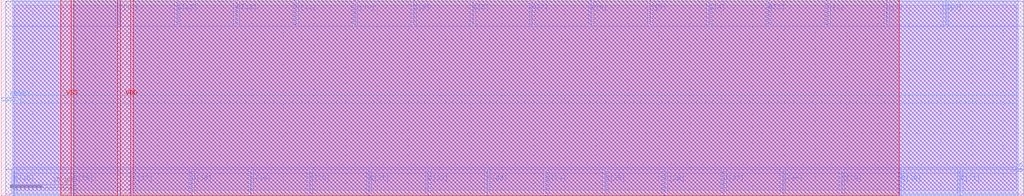
<source format=lef>
VERSION 5.7 ;
  NOWIREEXTENSIONATPIN ON ;
  DIVIDERCHAR "/" ;
  BUSBITCHARS "[]" ;
MACRO BR32
  CLASS BLOCK ;
  FOREIGN BR32 ;
  ORIGIN 0.000 0.000 ;
  SIZE 163.255 BY 31.295 ;
  PIN C[31]
    PORT
      LAYER met2 ;
        RECT 152.985 0.005 153.235 3.965 ;
    END
  END C[31]
  PIN C[30]
    PORT
      LAYER met2 ;
        RECT 143.545 0.005 143.795 3.965 ;
    END
  END C[30]
  PIN C[29]
    PORT
      LAYER met2 ;
        RECT 134.105 0.005 134.355 3.965 ;
    END
  END C[29]
  PIN C[28]
    PORT
      LAYER met2 ;
        RECT 124.665 0.005 124.915 3.965 ;
    END
  END C[28]
  PIN C[27]
    PORT
      LAYER met2 ;
        RECT 115.225 0.005 115.475 3.965 ;
    END
  END C[27]
  PIN C[26]
    PORT
      LAYER met2 ;
        RECT 105.785 0.005 106.035 3.965 ;
    END
  END C[26]
  PIN C[25]
    PORT
      LAYER met2 ;
        RECT 96.345 0.005 96.595 3.965 ;
    END
  END C[25]
  PIN C[24]
    PORT
      LAYER met2 ;
        RECT 86.905 0.005 87.155 3.965 ;
    END
  END C[24]
  PIN C[23]
    PORT
      LAYER met2 ;
        RECT 77.495 0.005 77.715 3.965 ;
    END
  END C[23]
  PIN C[22]
    PORT
      LAYER met2 ;
        RECT 68.055 0.005 68.275 3.965 ;
    END
  END C[22]
  PIN C[21]
    PORT
      LAYER met2 ;
        RECT 58.615 0.005 58.835 3.965 ;
    END
  END C[21]
  PIN C[20]
    PORT
      LAYER met2 ;
        RECT 49.175 0.005 49.395 3.965 ;
    END
  END C[20]
  PIN C[19]
    PORT
      LAYER met2 ;
        RECT 39.735 0.005 39.955 3.965 ;
    END
  END C[19]
  PIN C[18]
    PORT
      LAYER met2 ;
        RECT 30.295 0.005 30.515 3.965 ;
    END
  END C[18]
  PIN C[17]
    PORT
      LAYER met2 ;
        RECT 20.855 0.005 21.075 3.965 ;
    END
  END C[17]
  PIN C[16]
    PORT
      LAYER met2 ;
        RECT 11.415 0.005 11.635 3.965 ;
    END
  END C[16]
  PIN C[15]
    PORT
      LAYER met2 ;
        RECT 1.975 0.005 2.195 3.965 ;
    END
  END C[15]
  PIN C[14]
    PORT
      LAYER met2 ;
        RECT 18.560 27.325 18.810 31.285 ;
    END
  END C[14]
  PIN C[13]
    PORT
      LAYER met2 ;
        RECT 28.000 27.325 28.250 31.285 ;
    END
  END C[13]
  PIN C[12]
    PORT
      LAYER met2 ;
        RECT 37.440 27.325 37.690 31.285 ;
    END
  END C[12]
  PIN C[11]
    PORT
      LAYER met2 ;
        RECT 46.880 27.325 47.130 31.285 ;
    END
  END C[11]
  PIN C[10]
    PORT
      LAYER met2 ;
        RECT 56.320 27.325 56.570 31.285 ;
    END
  END C[10]
  PIN C[9]
    PORT
      LAYER met2 ;
        RECT 65.760 27.325 66.010 31.285 ;
    END
  END C[9]
  PIN C[8]
    PORT
      LAYER met2 ;
        RECT 75.200 27.325 75.450 31.285 ;
    END
  END C[8]
  PIN C[7]
    PORT
      LAYER met2 ;
        RECT 84.640 27.325 84.890 31.285 ;
    END
  END C[7]
  PIN C[6]
    PORT
      LAYER met2 ;
        RECT 94.080 27.325 94.300 31.285 ;
    END
  END C[6]
  PIN C[5]
    PORT
      LAYER met2 ;
        RECT 103.520 27.325 103.740 31.285 ;
    END
  END C[5]
  PIN C[4]
    PORT
      LAYER met2 ;
        RECT 112.960 27.325 113.180 31.285 ;
    END
  END C[4]
  PIN C[3]
    PORT
      LAYER met2 ;
        RECT 122.400 27.325 122.620 31.285 ;
    END
  END C[3]
  PIN C[2]
    PORT
      LAYER met2 ;
        RECT 131.840 27.325 132.060 31.285 ;
    END
  END C[2]
  PIN C[1]
    PORT
      LAYER met2 ;
        RECT 141.280 27.325 141.500 31.285 ;
    END
  END C[1]
  PIN C[0]
    PORT
      LAYER met2 ;
        RECT 150.720 27.325 150.940 31.285 ;
    END
  END C[0]
  PIN RESET
    PORT
      LAYER met3 ;
        RECT 0.000 15.180 2.680 15.645 ;
    END
  END RESET
  PIN OUT
    PORT
      LAYER met1 ;
        RECT 161.875 3.910 163.020 4.295 ;
    END
  END OUT
  PIN VDD
    DIRECTION INOUT ;
    USE POWER ;
    PORT
      LAYER met4 ;
        RECT 18.975 0.005 20.665 31.285 ;
    END
  END VDD
  PIN VSS
    DIRECTION INOUT ;
    USE GROUND ;
    PORT
      LAYER met4 ;
        RECT 9.485 0.005 11.175 31.295 ;
    END
  END VSS
  OBS
      LAYER li1 ;
        RECT 2.075 0.865 162.175 30.425 ;
      LAYER met1 ;
        RECT 1.875 4.575 162.365 31.285 ;
        RECT 1.875 3.630 161.595 4.575 ;
        RECT 1.875 0.005 162.365 3.630 ;
      LAYER met2 ;
        RECT 0.755 27.045 18.280 31.035 ;
        RECT 19.090 27.045 27.720 31.035 ;
        RECT 28.530 27.045 37.160 31.035 ;
        RECT 37.970 27.045 46.600 31.035 ;
        RECT 47.410 27.045 56.040 31.035 ;
        RECT 56.850 27.045 65.480 31.035 ;
        RECT 66.290 27.045 74.920 31.035 ;
        RECT 75.730 27.045 84.360 31.035 ;
        RECT 85.170 27.045 93.800 31.035 ;
        RECT 94.580 27.045 103.240 31.035 ;
        RECT 104.020 27.045 112.680 31.035 ;
        RECT 113.460 27.045 122.120 31.035 ;
        RECT 122.900 27.045 131.560 31.035 ;
        RECT 132.340 27.045 141.000 31.035 ;
        RECT 141.780 27.045 150.440 31.035 ;
        RECT 151.220 27.045 163.255 31.035 ;
        RECT 0.755 4.245 163.255 27.045 ;
        RECT 0.755 0.255 1.695 4.245 ;
        RECT 2.475 0.255 11.135 4.245 ;
        RECT 11.915 0.255 20.575 4.245 ;
        RECT 21.355 0.255 30.015 4.245 ;
        RECT 30.795 0.255 39.455 4.245 ;
        RECT 40.235 0.255 48.895 4.245 ;
        RECT 49.675 0.255 58.335 4.245 ;
        RECT 59.115 0.255 67.775 4.245 ;
        RECT 68.555 0.255 77.215 4.245 ;
        RECT 77.995 0.255 86.625 4.245 ;
        RECT 87.435 0.255 96.065 4.245 ;
        RECT 96.875 0.255 105.505 4.245 ;
        RECT 106.315 0.255 114.945 4.245 ;
        RECT 115.755 0.255 124.385 4.245 ;
        RECT 125.195 0.255 133.825 4.245 ;
        RECT 134.635 0.255 143.265 4.245 ;
        RECT 144.075 0.255 152.705 4.245 ;
        RECT 153.515 0.255 163.255 4.245 ;
      LAYER met3 ;
        RECT 1.875 16.045 162.365 31.290 ;
        RECT 3.080 14.780 162.365 16.045 ;
        RECT 1.875 0.000 162.365 14.780 ;
      LAYER met4 ;
        RECT 11.575 0.000 18.575 31.295 ;
        RECT 21.065 0.000 143.375 31.295 ;
  END
END BR32
END LIBRARY


</source>
